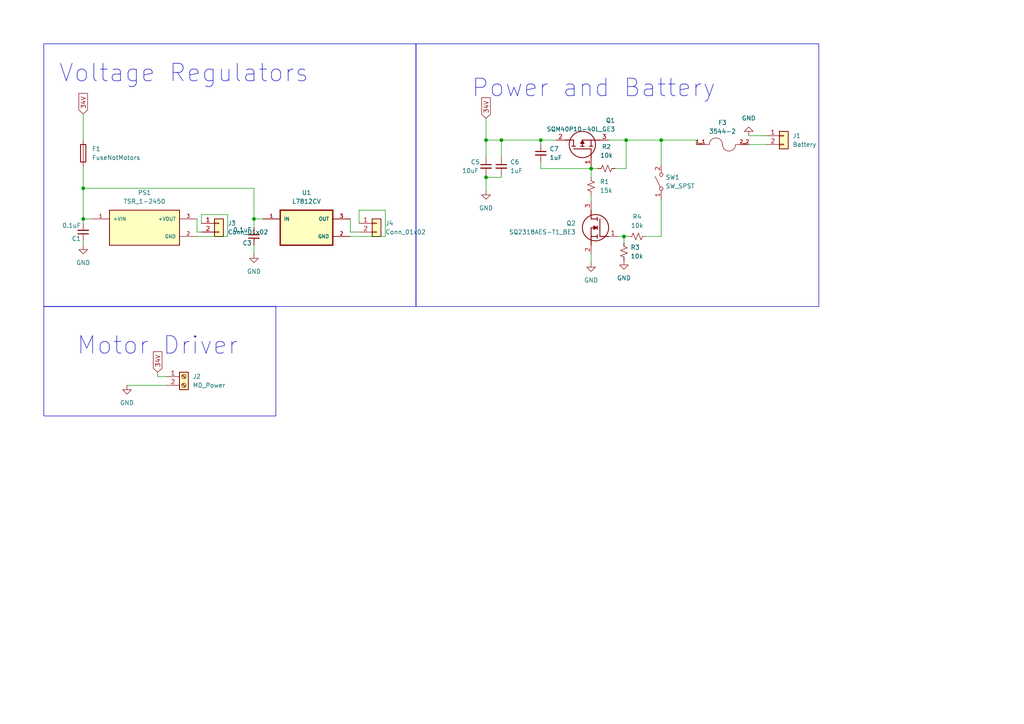
<source format=kicad_sch>
(kicad_sch (version 20231120) (generator "eeschema") (generator_version "8.0")
  (paper "A4")
  (lib_symbols
    (symbol "3544-2:3544-2" (pin_names (offset 1.016))
      (property "Reference" "F3" (at 0 6.35 0))
      (property "Value" "3544-2" (at 0 3.81 0))
      (symbol "3544-2_0_0"
        (arc (start 0 0) (mid -1.905 1.8967) (end -3.81 0) (stroke (width 0.1524)))
        (polyline (pts (xy -5.08 0) (xy -3.81 0)) (stroke (width 0.1524)))
        (polyline (pts (xy 5.08 0) (xy 3.81 0)) (stroke (width 0.1524)))
        (arc (start 0 0) (mid 1.905 -1.8967) (end 3.81 0) (stroke (width 0.1524)))
        (pin passive line (at -7.62 0 0) (length 2.54) (name "~") (number "1_1"))
        (pin passive line (at 7.62 0 180) (length 2.54) (name "~") (number "2_2"))
      )
    )
    (symbol "Connector:Screw_Terminal_01x02" (pin_names (offset 1.016) hide)
      (property "Reference" "J" (at 0 2.54 0))
      (property "Value" "Screw_Terminal_01x02" (at 0 -5.08 0))
      (symbol "Screw_Terminal_01x02_1_1"
        (rectangle (start -1.27 1.27) (end 1.27 -3.81) (stroke (width 0.254)) (fill (type background)))
        (circle (center 0 -2.54) (radius 0.635) (stroke (width 0.1524)))
        (polyline (pts (xy -0.5334 -2.2098) (xy 0.3302 -3.048)) (stroke (width 0.1524)))
        (polyline (pts (xy -0.5334 0.3302) (xy 0.3302 -0.508)) (stroke (width 0.1524)))
        (polyline (pts (xy -0.3556 -2.032) (xy 0.508 -2.8702)) (stroke (width 0.1524)))
        (polyline (pts (xy -0.3556 0.508) (xy 0.508 -0.3302)) (stroke (width 0.1524)))
        (circle (center 0 0) (radius 0.635) (stroke (width 0.1524)))
        (pin passive line (at -5.08 0 0) (length 3.81) (name "Pin_1") (number "1"))
        (pin passive line (at -5.08 -2.54 0) (length 3.81) (name "Pin_2") (number "2"))
      )
    )
    (symbol "Connector_Generic:Conn_01x02" (pin_names (offset 1.016) hide)
      (property "Reference" "J" (at 0 2.54 0))
      (property "Value" "Conn_01x02" (at 0 -5.08 0))
      (symbol "Conn_01x02_1_1"
        (rectangle (start -1.27 -2.413) (end 0 -2.667) (stroke (width 0.1524)))
        (rectangle (start -1.27 0.127) (end 0 -0.127) (stroke (width 0.1524)))
        (rectangle (start -1.27 1.27) (end 1.27 -3.81) (stroke (width 0.254)) (fill (type background)))
        (pin passive line (at -5.08 0 0) (length 3.81) (name "Pin_1") (number "1"))
        (pin passive line (at -5.08 -2.54 0) (length 3.81) (name "Pin_2") (number "2"))
      )
    )
    (symbol "Device:C_Small" (pin_numbers hide) (pin_names (offset 0.254) hide)
      (property "Reference" "C" (at 0.254 1.778 0))
      (property "Value" "C_Small" (at 0.254 -2.032 0))
      (symbol "C_Small_0_1"
        (polyline (pts (xy -1.524 -0.508) (xy 1.524 -0.508)) (stroke (width 0.3302)))
        (polyline (pts (xy -1.524 0.508) (xy 1.524 0.508)) (stroke (width 0.3048)))
      )
      (symbol "C_Small_1_1"
        (pin passive line (at 0 2.54 270) (length 2.032) (name "~") (number "1"))
        (pin passive line (at 0 -2.54 90) (length 2.032) (name "~") (number "2"))
      )
    )
    (symbol "Device:Fuse" (pin_numbers hide) (pin_names (offset 0))
      (property "Reference" "F" (at 2.032 0 90))
      (property "Value" "Fuse" (at -1.905 0 90))
      (symbol "Fuse_0_1"
        (rectangle (start -0.762 -2.54) (end 0.762 2.54) (stroke (width 0.254)))
        (polyline (pts (xy 0 2.54) (xy 0 -2.54)))
      )
      (symbol "Fuse_1_1"
        (pin passive line (at 0 3.81 270) (length 1.27) (name "~") (number "1"))
        (pin passive line (at 0 -3.81 90) (length 1.27) (name "~") (number "2"))
      )
    )
    (symbol "Device:R_Small_US" (pin_numbers hide) (pin_names (offset 0.254) hide)
      (property "Reference" "R" (at 0.762 0.508 0))
      (property "Value" "R_Small_US" (at 0.762 -1.016 0))
      (symbol "R_Small_US_1_1"
        (polyline (pts (xy 0 0) (xy 1.016 -0.381) (xy 0 -0.762) (xy -1.016 -1.143) (xy 0 -1.524)))
        (polyline (pts (xy 0 1.524) (xy 1.016 1.143) (xy 0 0.762) (xy -1.016 0.381) (xy 0 0)))
        (pin passive line (at 0 2.54 270) (length 1.016) (name "~") (number "1"))
        (pin passive line (at 0 -2.54 90) (length 1.016) (name "~") (number "2"))
      )
    )
    (symbol "GND_1" (power) (pin_names (offset 0))
      (property "Value" "GND_1" (at 0 -3.81 0))
      (symbol "GND_1_0_1"
        (polyline (pts (xy 0 0) (xy 0 -1.27) (xy 1.27 -1.27) (xy 0 -2.54) (xy -1.27 -1.27) (xy 0 -1.27)))
      )
      (symbol "GND_1_1_1"
        (pin power_in line (at 0 0 270) (length 0) hide (name "GND") (number "1"))
      )
    )
    (symbol "L7812CV:L7812CV" (pin_names (offset 1.016))
      (property "Reference" "U" (at -7.6226 5.0817 0))
      (property "Value" "L7812CV" (at -7.6287 -7.6287 0))
      (symbol "L7812CV_0_0"
        (rectangle (start -7.62 -5.08) (end 7.62 5.08) (stroke (width 0.41)) (fill (type background)))
        (pin input line (at -12.7 2.54 0) (length 5.08) (name "IN") (number "1"))
        (pin power_in line (at 12.7 -2.54 180) (length 5.08) (name "GND") (number "2"))
        (pin output line (at 12.7 2.54 180) (length 5.08) (name "OUT") (number "3"))
      )
    )
    (symbol "SQM40P10-40L_GE3:SQM40P10-40L_GE3" (pin_names hide)
      (property "Reference" "Q" (at 11.43 3.81 0))
      (property "Value" "SQM40P10-40L_GE3" (at 11.43 1.27 0))
      (symbol "SQM40P10-40L_GE3_1_1"
        (polyline (pts (xy 2.54 0) (xy 5.08 0)) (stroke (width 0.254)))
        (polyline (pts (xy 5.08 5.08) (xy 5.08 0)) (stroke (width 0.254)))
        (polyline (pts (xy 5.842 -0.508) (xy 5.842 0.508)) (stroke (width 0.254)))
        (polyline (pts (xy 5.842 0) (xy 7.62 0)) (stroke (width 0.254)))
        (polyline (pts (xy 5.842 2.032) (xy 5.842 3.048)) (stroke (width 0.254)))
        (polyline (pts (xy 5.842 5.588) (xy 5.842 4.572)) (stroke (width 0.254)))
        (polyline (pts (xy 7.62 2.54) (xy 5.842 2.54)) (stroke (width 0.254)))
        (polyline (pts (xy 7.62 2.54) (xy 7.62 -2.54)) (stroke (width 0.254)))
        (polyline (pts (xy 7.62 5.08) (xy 5.842 5.08)) (stroke (width 0.254)))
        (polyline (pts (xy 7.62 5.08) (xy 7.62 7.62)) (stroke (width 0.254)))
        (polyline (pts (xy 7.62 2.54) (xy 6.604 3.048) (xy 6.604 2.032) (xy 7.62 2.54)) (stroke (width 0.254)) (fill (type outline)))
        (circle (center 6.35 2.54) (radius 3.81) (stroke (width 0.254)))
        (pin passive line (at 0 0 0) (length 2.54) (name "G") (number "1"))
        (pin passive line (at 7.62 10.16 270) (length 2.54) (name "D") (number "2"))
        (pin passive line (at 7.62 -5.08 90) (length 2.54) (name "S") (number "3"))
      )
    )
    (symbol "Switch:SW_SPST" (pin_names (offset 0) hide)
      (property "Reference" "SW" (at 0 3.175 0))
      (property "Value" "SW_SPST" (at 0 -2.54 0))
      (symbol "SW_SPST_0_0"
        (circle (center -2.032 0) (radius 0.508))
        (polyline (pts (xy -1.524 0.254) (xy 1.524 1.778)))
        (circle (center 2.032 0) (radius 0.508))
      )
      (symbol "SW_SPST_1_1"
        (pin passive line (at -5.08 0 0) (length 2.54) (name "A") (number "1"))
        (pin passive line (at 5.08 0 180) (length 2.54) (name "B") (number "2"))
      )
    )
    (symbol "TSR_1-2450:TSR_1-2450" (pin_names (offset 1.016))
      (property "Reference" "PS" (at -10.16 7.62 0))
      (property "Value" "TSR_1-2450" (at -10.16 -7.62 0))
      (symbol "TSR_1-2450_0_0"
        (rectangle (start -10.16 -5.08) (end 10.16 5.08) (stroke (width 0.254)) (fill (type background)))
        (pin input line (at -15.24 2.54 0) (length 5.08) (name "+VIN") (number "1"))
        (pin power_in line (at 15.24 -2.54 180) (length 5.08) (name "GND") (number "2"))
        (pin output line (at 15.24 2.54 180) (length 5.08) (name "+VOUT") (number "3"))
      )
    )
    (symbol "TimmiCtrlBoard:SQ2318AES-T1_BE3" (pin_names hide)
      (property "Reference" "Q" (at 11.43 3.81 0))
      (property "Value" "SQ2318AES-T1_BE3" (at 11.43 1.27 0))
      (symbol "SQ2318AES-T1_BE3_1_1"
        (polyline (pts (xy 2.54 0) (xy 5.08 0)) (stroke (width 0.254)))
        (polyline (pts (xy 5.08 5.08) (xy 5.08 0)) (stroke (width 0.254)))
        (polyline (pts (xy 5.842 -0.508) (xy 5.842 0.508)) (stroke (width 0.254)))
        (polyline (pts (xy 5.842 0) (xy 7.62 0)) (stroke (width 0.254)))
        (polyline (pts (xy 5.842 2.032) (xy 5.842 3.048)) (stroke (width 0.254)))
        (polyline (pts (xy 5.842 5.588) (xy 5.842 4.572)) (stroke (width 0.254)))
        (polyline (pts (xy 7.62 2.54) (xy 5.842 2.54)) (stroke (width 0.254)))
        (polyline (pts (xy 7.62 2.54) (xy 7.62 -2.54)) (stroke (width 0.254)))
        (polyline (pts (xy 7.62 5.08) (xy 5.842 5.08)) (stroke (width 0.254)))
        (polyline (pts (xy 7.62 5.08) (xy 7.62 7.62)) (stroke (width 0.254)))
        (polyline (pts (xy 5.842 2.54) (xy 6.858 3.048) (xy 6.858 2.032) (xy 5.842 2.54)) (stroke (width 0.254)) (fill (type outline)))
        (circle (center 6.35 2.54) (radius 3.81) (stroke (width 0.254)))
        (pin passive line (at 0 0 0) (length 2.54) (name "G") (number "1"))
        (pin passive line (at 7.62 -5.08 90) (length 2.54) (name "S") (number "2"))
        (pin passive line (at 7.62 10.16 270) (length 2.54) (name "D") (number "3"))
      )
    )
    (symbol "power:GND" (power) (pin_numbers hide) (pin_names (offset 0) hide)
      (property "Value" "GND" (at 0 -3.81 0))
      (symbol "GND_0_1"
        (polyline (pts (xy 0 0) (xy 0 -1.27) (xy 1.27 -1.27) (xy 0 -2.54) (xy -1.27 -1.27) (xy 0 -1.27)))
      )
      (symbol "GND_1_1"
        (pin power_in line (at 0 0 270) (length 0) (name "~") (number "1"))
      )
    )
  )
  (junction (at 140.97 51.435))
  (junction (at 24.13 63.5))
  (junction (at 140.97 40.64))
  (junction (at 180.975 68.58))
  (junction (at 145.415 40.64))
  (junction (at 191.77 40.64))
  (junction (at 156.845 40.64))
  (junction (at 181.61 40.64))
  (junction (at 171.45 48.895))
  (junction (at 73.66 63.5))
  (junction (at 24.13 54.61))
  (wire (pts (xy 104.14 64.77) (xy 104.14 60.96)))
  (wire (pts (xy 180.975 68.58) (xy 182.245 68.58)))
  (wire (pts (xy 24.13 63.5) (xy 26.67 63.5)))
  (wire (pts (xy 101.6 67.31) (xy 101.6 63.5)))
  (wire (pts (xy 45.72 107.95) (xy 45.72 109.22)))
  (wire (pts (xy 217.17 41.91) (xy 222.25 41.91)))
  (wire (pts (xy 76.2 63.5) (xy 73.66 63.5)))
  (wire (pts (xy 171.45 48.895) (xy 173.355 48.895)))
  (wire (pts (xy 58.42 67.31) (xy 57.15 67.31)))
  (wire (pts (xy 73.66 71.12) (xy 73.66 73.66)))
  (wire (pts (xy 73.66 63.5) (xy 73.66 66.04)))
  (wire (pts (xy 181.61 40.64) (xy 191.77 40.64)))
  (wire (pts (xy 171.45 56.515) (xy 171.45 58.42)))
  (wire (pts (xy 66.04 62.23) (xy 66.04 68.58)))
  (wire (pts (xy 145.415 50.8) (xy 145.415 51.435)))
  (wire (pts (xy 171.45 48.895) (xy 171.45 51.435)))
  (wire (pts (xy 24.13 33.02) (xy 24.13 40.64)))
  (wire (pts (xy 58.42 64.77) (xy 58.42 62.23)))
  (wire (pts (xy 104.14 67.31) (xy 101.6 67.31)))
  (wire (pts (xy 176.53 40.64) (xy 181.61 40.64)))
  (wire (pts (xy 58.42 62.23) (xy 66.04 62.23)))
  (wire (pts (xy 36.83 111.76) (xy 48.26 111.76)))
  (wire (pts (xy 104.14 60.96) (xy 111.76 60.96)))
  (wire (pts (xy 222.25 39.37) (xy 217.17 39.37)))
  (wire (pts (xy 171.45 48.26) (xy 171.45 48.895)))
  (wire (pts (xy 66.04 68.58) (xy 57.15 68.58)))
  (wire (pts (xy 180.975 68.58) (xy 180.975 70.485)))
  (wire (pts (xy 111.76 68.58) (xy 101.6 68.58)))
  (wire (pts (xy 140.97 51.435) (xy 140.97 55.245)))
  (wire (pts (xy 140.97 34.29) (xy 140.97 40.64)))
  (wire (pts (xy 24.13 63.5) (xy 24.13 64.77)))
  (wire (pts (xy 156.845 48.895) (xy 171.45 48.895)))
  (wire (pts (xy 187.325 68.58) (xy 191.77 68.58)))
  (wire (pts (xy 191.77 40.64) (xy 201.93 40.64)))
  (wire (pts (xy 181.61 48.895) (xy 181.61 40.64)))
  (wire (pts (xy 178.435 48.895) (xy 181.61 48.895)))
  (wire (pts (xy 24.13 54.61) (xy 24.13 63.5)))
  (wire (pts (xy 140.97 50.8) (xy 140.97 51.435)))
  (wire (pts (xy 201.93 40.64) (xy 201.93 41.91)))
  (wire (pts (xy 191.77 68.58) (xy 191.77 57.785)))
  (wire (pts (xy 156.845 46.99) (xy 156.845 48.895)))
  (wire (pts (xy 191.77 47.625) (xy 191.77 40.64)))
  (wire (pts (xy 145.415 40.64) (xy 140.97 40.64)))
  (wire (pts (xy 161.29 40.64) (xy 156.845 40.64)))
  (wire (pts (xy 57.15 63.5) (xy 57.15 67.31)))
  (wire (pts (xy 73.66 54.61) (xy 73.66 63.5)))
  (wire (pts (xy 145.415 51.435) (xy 140.97 51.435)))
  (wire (pts (xy 156.845 40.64) (xy 156.845 41.91)))
  (wire (pts (xy 111.76 60.96) (xy 111.76 68.58)))
  (wire (pts (xy 171.45 73.66) (xy 171.45 76.2)))
  (wire (pts (xy 140.97 45.72) (xy 140.97 40.64)))
  (wire (pts (xy 45.72 109.22) (xy 48.26 109.22)))
  (wire (pts (xy 24.13 54.61) (xy 73.66 54.61)))
  (wire (pts (xy 24.13 48.26) (xy 24.13 54.61)))
  (wire (pts (xy 156.845 40.64) (xy 145.415 40.64)))
  (wire (pts (xy 145.415 40.64) (xy 145.415 45.72)))
  (wire (pts (xy 24.13 69.85) (xy 24.13 71.12)))
  (wire (pts (xy 179.07 68.58) (xy 180.975 68.58)))
  (rectangle (start 120.65 12.7) (end 237.49 88.9))
  (rectangle (start 12.7 88.9) (end 80.01 120.65))
  (rectangle (start 12.7 12.7) (end 120.65 88.9))
  (text "Power and Battery\n" (at 172.212 25.654 0) (effects (font (size 5.08 5.08))))
  (text "Motor Driver" (at 45.72 100.33 0) (effects (font (size 5.08 5.08))))
  (text "Voltage Regulators\n" (at 53.34 21.336 0) (effects (font (size 5.08 5.08))))
  (global_label "34V" (shape input) (at 140.97 34.29 90) (property "Intersheetrefs" "${INTERSHEET_REFS}" (effects (hide yes))))
  (global_label "34V" (shape input) (at 24.13 33.02 90) (property "Intersheetrefs" "${INTERSHEET_REFS}" (effects (hide yes))))
  (global_label "34V" (shape input) (at 45.72 107.95 90) (property "Intersheetrefs" "${INTERSHEET_REFS}" (effects (hide yes))))
  (symbol (lib_id "SQM40P10-40L_GE3:SQM40P10-40L_GE3") (at 171.45 48.26 90) (unit 1)
    (property "Reference" "Q1" (at 178.435 34.925 90) (effects (justify left)))
    (property "Value" "SQM40P10-40L_GE3" (at 178.435 37.465 90) (effects (justify left)))
    (property "Footprint" "PowerMosfet:SQM40P1040L_GE3" (effects (hide yes)))
    (property "Datasheet" "https://componentsearchengine.com/Datasheets/1/SQM40P10-40L_GE3.pdf" (effects (hide yes)))
    (property "Height" "6.223" (effects (hide yes)))
    (property "Mouser Part Number" "78-SQM40P10-40L_GE3" (effects (hide yes)))
    (property "Mouser Price/Stock" "https://www.mouser.co.uk/ProductDetail/Vishay-Siliconix/SQM40P10-40L_GE3?qs=jHkklCh7amg3sgsHIUrcaw%3D%3D" (effects (hide yes)))
    (property "Manufacturer_Name" "Vishay" (effects (hide yes)))
    (property "Manufacturer_Part_Number" "SQM40P10-40L_GE3" (effects (hide yes)))
  )
  (symbol (lib_id "Connector:Screw_Terminal_01x02") (at 53.34 109.22 0) (unit 1)
    (property "Reference" "J2" (at 55.88 109.2199 0) (effects (justify left)))
    (property "Value" "MD_Power" (at 55.88 111.7599 0) (effects (justify left)))
    (property "Footprint" "Connector_Phoenix_MSTB:PhoenixContact_MSTBA_2,5_2-G_1x02_P5.00mm_Horizontal" (effects (hide yes)))
    (property "Description" "Generic screw terminal, single row, 01x02, script generated (kicad-library-utils/schlib/autogen/connector/)" (effects (hide yes)))
  )
  (symbol (lib_name "GND_1") (lib_id "power:GND") (at 171.45 76.2 0) (unit 1)
    (property "Reference" "#PWR010" (effects (hide yes)))
    (property "Value" "GND" (at 171.45 81.28 0))
  )
  (symbol (lib_id "Switch:SW_SPST") (at 191.77 52.705 90) (unit 1)
    (property "Reference" "SW1" (at 193.04 51.435 90) (effects (justify right)))
    (property "Value" "SW_SPST" (at 193.04 53.975 90) (effects (justify right)))
    (property "Footprint" "GF-123-0054:SW_GF-123-0054" (effects (hide yes)))
  )
  (symbol (lib_id "TSR_1-2450:TSR_1-2450") (at 41.91 66.04 0) (unit 1)
    (property "Reference" "PS1" (at 41.91 55.88 0))
    (property "Value" "TSR_1-2450" (at 41.91 58.42 0))
    (property "Footprint" "TSR_1-2450:CONV_TSR_1-2450" (effects (hide yes)))
    (property "MF" "Traco Power" (effects (hide yes)))
    (property "MAXIMUM_PACKAGE_HEIGHT" "10.6mm" (effects (hide yes)))
    (property "Package" "SIP-3 Traco Power" (effects (hide yes)))
    (property "Price" "None" (effects (hide yes)))
    (property "Check_prices" "https://www.snapeda.com/parts/TSR%201-2450/Traco+Power/view-part/?ref=eda" (effects (hide yes)))
    (property "STANDARD" "Manufacturer Recommendations" (effects (hide yes)))
    (property "PARTREV" "Apr 27, 2020" (effects (hide yes)))
    (property "SnapEDA_Link" "https://www.snapeda.com/parts/TSR%201-2450/Traco+Power/view-part/?ref=snap" (effects (hide yes)))
    (property "MP" "TSR 1-2450" (effects (hide yes)))
    (property "Purchase-URL" "https://www.snapeda.com/api/url_track_click_mouser/?unipart_id=45147&manufacturer=Traco Power&part_name=TSR 1-2450&search_term=tsr 1-2450" (effects (hide yes)))
    (property "Description_1" "\n1 Amp POL switching regulator, wide input range, pos.-pos. circuit, LM78 compatible, SIP-3\n" (effects (hide yes)))
    (property "Availability" "In Stock" (effects (hide yes)))
    (property "MANUFACTURER" "Traco Power" (effects (hide yes)))
  )
  (symbol (lib_id "power:GND") (at 24.13 71.12 0) (unit 1)
    (property "Reference" "#PWR02" (effects (hide yes)))
    (property "Value" "GND" (at 24.13 76.2 0))
    (property "Description" "Power symbol creates a global label with name \"GND\" , ground" (effects (hide yes)))
  )
  (symbol (lib_id "Connector_Generic:Conn_01x02") (at 227.33 39.37 0) (unit 1)
    (property "Reference" "J1" (at 229.87 39.3699 0) (effects (justify left)))
    (property "Value" "Battery" (at 229.87 41.9099 0) (effects (justify left)))
    (property "Footprint" "Connector_AMASS:AMASS_XT60-F_1x02_P7.20mm_Vertical" (effects (hide yes)))
  )
  (symbol (lib_id "Device:R_Small_US") (at 175.895 48.895 90) (unit 1)
    (property "Reference" "R2" (at 175.895 42.545 90))
    (property "Value" "10k" (at 175.895 45.085 90))
    (property "Footprint" "Resistor_SMD:R_0805_2012Metric_Pad1.20x1.40mm_HandSolder" (effects (hide yes)))
  )
  (symbol (lib_id "Device:C_Small") (at 73.66 68.58 180) (unit 1)
    (property "Reference" "C3" (at 73.025 70.485 0) (effects (justify left)))
    (property "Value" "0.1uF" (at 73.025 66.675 0) (effects (justify left)))
    (property "Footprint" "Capacitor_SMD:C_0805_2012Metric_Pad1.18x1.45mm_HandSolder" (effects (hide yes)))
  )
  (symbol (lib_id "Device:C_Small") (at 24.13 67.31 180) (unit 1)
    (property "Reference" "C1" (at 23.495 69.215 0) (effects (justify left)))
    (property "Value" "0.1uF" (at 23.495 65.405 0) (effects (justify left)))
    (property "Footprint" "Capacitor_SMD:C_0805_2012Metric_Pad1.18x1.45mm_HandSolder" (effects (hide yes)))
  )
  (symbol (lib_id "Connector_Generic:Conn_01x02") (at 109.22 64.77 0) (unit 1)
    (property "Reference" "J4" (at 111.76 64.7699 0) (effects (justify left)))
    (property "Value" "Conn_01x02" (at 111.76 67.3099 0) (effects (justify left)))
    (property "Footprint" "Connector_AMASS:AMASS_XT30U-F_1x02_P5.0mm_Vertical" (effects (hide yes)))
    (property "Description" "Generic connector, single row, 01x02, script generated (kicad-library-utils/schlib/autogen/connector/)" (effects (hide yes)))
  )
  (symbol (lib_id "Device:R_Small_US") (at 171.45 53.975 0) (unit 1)
    (property "Reference" "R1" (at 173.99 52.7049 0) (effects (justify left)))
    (property "Value" "15k" (at 173.99 55.2449 0) (effects (justify left)))
    (property "Footprint" "Resistor_SMD:R_0805_2012Metric_Pad1.20x1.40mm_HandSolder" (effects (hide yes)))
  )
  (symbol (lib_id "L7812CV:L7812CV") (at 88.9 66.04 0) (unit 1)
    (property "Reference" "U1" (at 88.9 55.88 0))
    (property "Value" "L7812CV" (at 88.9 58.42 0))
    (property "Footprint" "TSR_1-2450:CONV_TSR_1-2450" (effects (hide yes)))
    (property "MF" "STMicroelectronics" (effects (hide yes)))
    (property "Description_1" "\nLinear Voltage Regulator IC Positive Fixed 1 Output 1.5A TO-220\n" (effects (hide yes)))
    (property "Package" "TO-220-3 STMicroelectronics" (effects (hide yes)))
    (property "Price" "None" (effects (hide yes)))
    (property "Check_prices" "https://www.snapeda.com/parts/L7812CV/STMicroelectronics/view-part/?ref=eda" (effects (hide yes)))
    (property "STANDARD" "IPC-7351B" (effects (hide yes)))
    (property "PARTREV" "34" (effects (hide yes)))
    (property "SnapEDA_Link" "https://www.snapeda.com/parts/L7812CV/STMicroelectronics/view-part/?ref=snap" (effects (hide yes)))
    (property "MP" "L7812CV" (effects (hide yes)))
    (property "Purchase-URL" "https://www.snapeda.com/api/url_track_click_mouser/?unipart_id=2079203&manufacturer=STMicroelectronics&part_name=L7812CV&search_term= l7812cv" (effects (hide yes)))
    (property "Availability" "In Stock" (effects (hide yes)))
    (property "MANUFACTURER" "STMicroelectronics" (effects (hide yes)))
  )
  (symbol (lib_id "Device:Fuse") (at 24.13 44.45 180) (unit 1)
    (property "Reference" "F1" (at 26.67 43.1799 0) (effects (justify right)))
    (property "Value" "FuseNotMotors" (at 26.67 45.7199 0) (effects (justify right)))
    (property "Footprint" "C1F-1:FUSC3215X83N" (effects (hide yes)))
    (property "Description" "Fuse" (effects (hide yes)))
  )
  (symbol (lib_id "3544-2:3544-2") (at 209.55 41.91 0) (unit 1)
    (property "Reference" "F3" (at 209.55 35.56 0))
    (property "Value" "3544-2" (at 209.55 38.1 0))
    (property "Footprint" "3544_2:FUSE_3544-2" (effects (hide yes)))
    (property "PARTREV" "C" (effects (hide yes)))
    (property "STANDARD" "Manufacturer Recommendations" (effects (hide yes)))
    (property "SNAPEDA_PN" "3544-2" (effects (hide yes)))
    (property "MAXIMUM_PACKAGE_HEIGHT" "9.02mm" (effects (hide yes)))
    (property "MANUFACTURER" "Keystone" (effects (hide yes)))
  )
  (symbol (lib_id "Device:R_Small_US") (at 180.975 73.025 0) (unit 1)
    (property "Reference" "R3" (at 182.88 71.7549 0) (effects (justify left)))
    (property "Value" "10k" (at 182.88 74.2949 0) (effects (justify left)))
    (property "Footprint" "Resistor_SMD:R_0805_2012Metric_Pad1.20x1.40mm_HandSolder" (effects (hide yes)))
  )
  (symbol (lib_id "Device:R_Small_US") (at 184.785 68.58 90) (unit 1)
    (property "Reference" "R4" (at 184.785 62.865 90))
    (property "Value" "10k" (at 184.785 65.405 90))
    (property "Footprint" "Resistor_SMD:R_0805_2012Metric_Pad1.20x1.40mm_HandSolder" (effects (hide yes)))
  )
  (symbol (lib_id "Device:C_Small") (at 145.415 48.26 0) (unit 1)
    (property "Reference" "C6" (at 147.955 46.9963 0) (effects (justify left)))
    (property "Value" "1uF" (at 147.955 49.5363 0) (effects (justify left)))
    (property "Footprint" "Capacitor_SMD:C_0805_2012Metric_Pad1.18x1.45mm_HandSolder" (effects (hide yes)))
  )
  (symbol (lib_id "TimmiCtrlBoard:SQ2318AES-T1_BE3") (at 179.07 68.58 0) (mirror y) (unit 1)
    (property "Reference" "Q2" (at 167.005 64.77 0) (effects (justify left)))
    (property "Value" "SQ2318AES-T1_BE3" (at 167.005 67.31 0) (effects (justify left)))
    (property "Footprint" "NMosfet:SOT95P237X112-3N" (effects (hide yes)))
    (property "Datasheet" "https://www.mouser.co.uk/datasheet/2/427/sq2318aes-1764491.pdf" (effects (hide yes)))
    (property "Height" "1.12" (effects (hide yes)))
    (property "Mouser Part Number" "78-SQ2318AES-T1_BE3" (effects (hide yes)))
    (property "Mouser Price/Stock" "https://www.mouser.co.uk/ProductDetail/Vishay-Siliconix/SQ2318AES-T1_BE3?qs=TiOZkKH1s2QuMGPo0iDprw%3D%3D" (effects (hide yes)))
    (property "Manufacturer_Name" "Vishay" (effects (hide yes)))
    (property "Manufacturer_Part_Number" "SQ2318AES-T1_BE3" (effects (hide yes)))
  )
  (symbol (lib_id "Connector_Generic:Conn_01x02") (at 63.5 64.77 0) (unit 1)
    (property "Reference" "J3" (at 66.04 64.7699 0) (effects (justify left)))
    (property "Value" "Conn_01x02" (at 66.04 67.3099 0) (effects (justify left)))
    (property "Footprint" "Connector_AMASS:AMASS_XT30U-F_1x02_P5.0mm_Vertical" (effects (hide yes)))
    (property "Description" "Generic connector, single row, 01x02, script generated (kicad-library-utils/schlib/autogen/connector/)" (effects (hide yes)))
  )
  (symbol (lib_name "GND_1") (lib_id "power:GND") (at 140.97 55.245 0) (unit 1)
    (property "Reference" "#PWR09" (effects (hide yes)))
    (property "Value" "GND" (at 140.97 60.325 0))
  )
  (symbol (lib_name "GND_1") (lib_id "power:GND") (at 180.975 75.565 0) (unit 1)
    (property "Reference" "#PWR011" (effects (hide yes)))
    (property "Value" "GND" (at 180.975 80.645 0))
  )
  (symbol (lib_id "power:GND") (at 73.66 73.66 0) (unit 1)
    (property "Reference" "#PWR05" (effects (hide yes)))
    (property "Value" "GND" (at 73.66 78.74 0))
    (property "Description" "Power symbol creates a global label with name \"GND\" , ground" (effects (hide yes)))
  )
  (symbol (lib_id "Device:C_Small") (at 156.845 44.45 0) (unit 1)
    (property "Reference" "C7" (at 159.385 43.1863 0) (effects (justify left)))
    (property "Value" "1uF" (at 159.385 45.7263 0) (effects (justify left)))
    (property "Footprint" "Capacitor_SMD:C_0805_2012Metric_Pad1.18x1.45mm_HandSolder" (effects (hide yes)))
  )
  (symbol (lib_id "Device:C_Small") (at 140.97 48.26 0) (unit 1)
    (property "Reference" "C5" (at 136.525 46.99 0) (effects (justify left)))
    (property "Value" "10uF" (at 133.985 49.53 0) (effects (justify left)))
    (property "Footprint" "Capacitor_SMD:C_0805_2012Metric_Pad1.18x1.45mm_HandSolder" (effects (hide yes)))
  )
  (symbol (lib_id "power:GND") (at 36.83 111.76 0) (unit 1)
    (property "Reference" "#PWR014" (effects (hide yes)))
    (property "Value" "GND" (at 36.83 116.84 0))
    (property "Description" "Power symbol creates a global label with name \"GND\" , ground" (effects (hide yes)))
  )
  (symbol (lib_name "GND_1") (lib_id "power:GND") (at 217.17 39.37 180) (unit 1)
    (property "Reference" "#PWR012" (effects (hide yes)))
    (property "Value" "GND" (at 217.17 34.29 0))
  )
)
</source>
